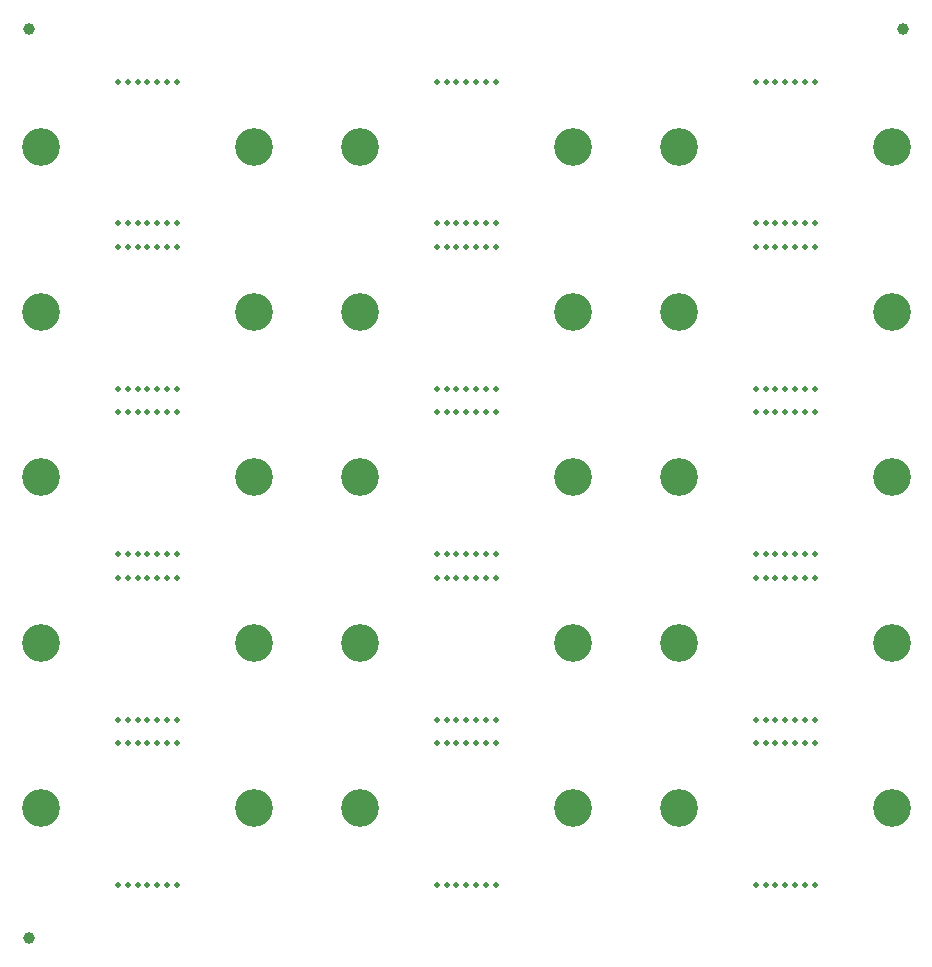
<source format=gbs>
G04 #@! TF.GenerationSoftware,KiCad,Pcbnew,6.0.9-8da3e8f707~116~ubuntu20.04.1*
G04 #@! TF.CreationDate,2023-04-16T18:25:48+00:00*
G04 #@! TF.ProjectId,LEC005001-panel,4c454330-3035-4303-9031-2d70616e656c,rev?*
G04 #@! TF.SameCoordinates,Original*
G04 #@! TF.FileFunction,Soldermask,Bot*
G04 #@! TF.FilePolarity,Negative*
%FSLAX46Y46*%
G04 Gerber Fmt 4.6, Leading zero omitted, Abs format (unit mm)*
G04 Created by KiCad (PCBNEW 6.0.9-8da3e8f707~116~ubuntu20.04.1) date 2023-04-16 18:25:48*
%MOMM*%
%LPD*%
G01*
G04 APERTURE LIST*
%ADD10C,0.500000*%
%ADD11C,3.200000*%
%ADD12C,1.000000*%
G04 APERTURE END LIST*
D10*
G04 #@! TO.C,REF\u002A\u002A*
X37832245Y-61000000D03*
G04 #@! TD*
G04 #@! TO.C,REF\u002A\u002A*
X14165578Y-63000000D03*
G04 #@! TD*
G04 #@! TO.C,REF\u002A\u002A*
X40332245Y-63000000D03*
G04 #@! TD*
G04 #@! TO.C,REF\u002A\u002A*
X63998912Y-61000000D03*
G04 #@! TD*
G04 #@! TO.C,REF\u002A\u002A*
X68998912Y-49000000D03*
G04 #@! TD*
G04 #@! TO.C,REF\u002A\u002A*
X41165578Y-21000000D03*
G04 #@! TD*
G04 #@! TO.C,REF\u002A\u002A*
X41998912Y-75000000D03*
G04 #@! TD*
G04 #@! TO.C,REF\u002A\u002A*
X9998912Y-49000000D03*
G04 #@! TD*
D11*
G04 #@! TO.C,H1*
X57498912Y-54500000D03*
G04 #@! TD*
G04 #@! TO.C,H2*
X48498912Y-40500000D03*
G04 #@! TD*
D10*
G04 #@! TO.C,REF\u002A\u002A*
X9998912Y-61000000D03*
G04 #@! TD*
G04 #@! TO.C,REF\u002A\u002A*
X67332245Y-35000000D03*
G04 #@! TD*
G04 #@! TO.C,REF\u002A\u002A*
X41998912Y-35000000D03*
G04 #@! TD*
G04 #@! TO.C,REF\u002A\u002A*
X9998912Y-75000000D03*
G04 #@! TD*
G04 #@! TO.C,REF\u002A\u002A*
X68165578Y-63000000D03*
G04 #@! TD*
D11*
G04 #@! TO.C,H1*
X57498912Y-26500000D03*
G04 #@! TD*
D10*
G04 #@! TO.C,REF\u002A\u002A*
X39498912Y-35000000D03*
G04 #@! TD*
G04 #@! TO.C,REF\u002A\u002A*
X63998912Y-75000000D03*
G04 #@! TD*
D11*
G04 #@! TO.C,H1*
X30498912Y-54500000D03*
G04 #@! TD*
D10*
G04 #@! TO.C,REF\u002A\u002A*
X36998912Y-63000000D03*
G04 #@! TD*
G04 #@! TO.C,REF\u002A\u002A*
X9998912Y-47000000D03*
G04 #@! TD*
G04 #@! TO.C,REF\u002A\u002A*
X65665578Y-19000000D03*
G04 #@! TD*
G04 #@! TO.C,REF\u002A\u002A*
X10832246Y-33000000D03*
G04 #@! TD*
G04 #@! TO.C,REF\u002A\u002A*
X14998912Y-19000000D03*
G04 #@! TD*
G04 #@! TO.C,REF\u002A\u002A*
X38665578Y-33000000D03*
G04 #@! TD*
G04 #@! TO.C,REF\u002A\u002A*
X63998912Y-49000000D03*
G04 #@! TD*
G04 #@! TO.C,REF\u002A\u002A*
X11665579Y-33000000D03*
G04 #@! TD*
G04 #@! TO.C,REF\u002A\u002A*
X64832245Y-7000000D03*
G04 #@! TD*
G04 #@! TO.C,REF\u002A\u002A*
X40332245Y-7000000D03*
G04 #@! TD*
G04 #@! TO.C,REF\u002A\u002A*
X67332245Y-49000000D03*
G04 #@! TD*
G04 #@! TO.C,REF\u002A\u002A*
X9998912Y-19000000D03*
G04 #@! TD*
G04 #@! TO.C,REF\u002A\u002A*
X10832246Y-35000000D03*
G04 #@! TD*
G04 #@! TO.C,REF\u002A\u002A*
X14998912Y-75000000D03*
G04 #@! TD*
G04 #@! TO.C,REF\u002A\u002A*
X67332245Y-75000000D03*
G04 #@! TD*
G04 #@! TO.C,REF\u002A\u002A*
X63998912Y-19000000D03*
G04 #@! TD*
G04 #@! TO.C,REF\u002A\u002A*
X13332245Y-75000000D03*
G04 #@! TD*
G04 #@! TO.C,REF\u002A\u002A*
X14165578Y-47000000D03*
G04 #@! TD*
G04 #@! TO.C,REF\u002A\u002A*
X65665578Y-47000000D03*
G04 #@! TD*
G04 #@! TO.C,REF\u002A\u002A*
X40332245Y-19000000D03*
G04 #@! TD*
D11*
G04 #@! TO.C,H2*
X48498912Y-54500000D03*
G04 #@! TD*
D10*
G04 #@! TO.C,REF\u002A\u002A*
X11665579Y-63000000D03*
G04 #@! TD*
G04 #@! TO.C,REF\u002A\u002A*
X36998912Y-33000000D03*
G04 #@! TD*
D11*
G04 #@! TO.C,H2*
X75498912Y-68500000D03*
G04 #@! TD*
D10*
G04 #@! TO.C,REF\u002A\u002A*
X68998912Y-61000000D03*
G04 #@! TD*
D11*
G04 #@! TO.C,H1*
X3498912Y-68500000D03*
G04 #@! TD*
D10*
G04 #@! TO.C,REF\u002A\u002A*
X13332245Y-47000000D03*
G04 #@! TD*
G04 #@! TO.C,REF\u002A\u002A*
X9998912Y-35000000D03*
G04 #@! TD*
G04 #@! TO.C,REF\u002A\u002A*
X10832246Y-21000000D03*
G04 #@! TD*
G04 #@! TO.C,REF\u002A\u002A*
X41165578Y-47000000D03*
G04 #@! TD*
G04 #@! TO.C,REF\u002A\u002A*
X39498912Y-19000000D03*
G04 #@! TD*
G04 #@! TO.C,REF\u002A\u002A*
X40332245Y-61000000D03*
G04 #@! TD*
D11*
G04 #@! TO.C,H1*
X3498912Y-54500000D03*
G04 #@! TD*
D10*
G04 #@! TO.C,REF\u002A\u002A*
X68165578Y-7000000D03*
G04 #@! TD*
G04 #@! TO.C,REF\u002A\u002A*
X40332245Y-47000000D03*
G04 #@! TD*
G04 #@! TO.C,REF\u002A\u002A*
X14165578Y-7000000D03*
G04 #@! TD*
G04 #@! TO.C,REF\u002A\u002A*
X36998912Y-61000000D03*
G04 #@! TD*
G04 #@! TO.C,REF\u002A\u002A*
X40332245Y-75000000D03*
G04 #@! TD*
G04 #@! TO.C,REF\u002A\u002A*
X67332245Y-33000000D03*
G04 #@! TD*
G04 #@! TO.C,REF\u002A\u002A*
X63998912Y-35000000D03*
G04 #@! TD*
G04 #@! TO.C,REF\u002A\u002A*
X63998912Y-21000000D03*
G04 #@! TD*
G04 #@! TO.C,REF\u002A\u002A*
X10832246Y-19000000D03*
G04 #@! TD*
G04 #@! TO.C,REF\u002A\u002A*
X14165578Y-61000000D03*
G04 #@! TD*
G04 #@! TO.C,REF\u002A\u002A*
X11665579Y-47000000D03*
G04 #@! TD*
D11*
G04 #@! TO.C,H1*
X3498912Y-12500000D03*
G04 #@! TD*
D10*
G04 #@! TO.C,REF\u002A\u002A*
X68998912Y-35000000D03*
G04 #@! TD*
G04 #@! TO.C,REF\u002A\u002A*
X12498912Y-7000000D03*
G04 #@! TD*
G04 #@! TO.C,REF\u002A\u002A*
X68165578Y-33000000D03*
G04 #@! TD*
G04 #@! TO.C,REF\u002A\u002A*
X13332245Y-35000000D03*
G04 #@! TD*
G04 #@! TO.C,REF\u002A\u002A*
X41998912Y-49000000D03*
G04 #@! TD*
G04 #@! TO.C,REF\u002A\u002A*
X68998912Y-75000000D03*
G04 #@! TD*
G04 #@! TO.C,REF\u002A\u002A*
X9998912Y-7000000D03*
G04 #@! TD*
G04 #@! TO.C,REF\u002A\u002A*
X66498912Y-7000000D03*
G04 #@! TD*
D11*
G04 #@! TO.C,H1*
X30498912Y-40500000D03*
G04 #@! TD*
D10*
G04 #@! TO.C,REF\u002A\u002A*
X36998912Y-7000000D03*
G04 #@! TD*
G04 #@! TO.C,REF\u002A\u002A*
X38665578Y-49000000D03*
G04 #@! TD*
G04 #@! TO.C,REF\u002A\u002A*
X41998912Y-61000000D03*
G04 #@! TD*
G04 #@! TO.C,REF\u002A\u002A*
X14998912Y-33000000D03*
G04 #@! TD*
G04 #@! TO.C,REF\u002A\u002A*
X41165578Y-19000000D03*
G04 #@! TD*
G04 #@! TO.C,REF\u002A\u002A*
X36998912Y-47000000D03*
G04 #@! TD*
D11*
G04 #@! TO.C,H1*
X57498912Y-40500000D03*
G04 #@! TD*
D10*
G04 #@! TO.C,REF\u002A\u002A*
X68998912Y-7000000D03*
G04 #@! TD*
G04 #@! TO.C,REF\u002A\u002A*
X37832245Y-19000000D03*
G04 #@! TD*
D11*
G04 #@! TO.C,H1*
X30498912Y-12500000D03*
G04 #@! TD*
D10*
G04 #@! TO.C,REF\u002A\u002A*
X66498912Y-75000000D03*
G04 #@! TD*
D11*
G04 #@! TO.C,H1*
X57498912Y-12500000D03*
G04 #@! TD*
D10*
G04 #@! TO.C,REF\u002A\u002A*
X11665579Y-75000000D03*
G04 #@! TD*
G04 #@! TO.C,REF\u002A\u002A*
X38665578Y-61000000D03*
G04 #@! TD*
G04 #@! TO.C,REF\u002A\u002A*
X11665579Y-61000000D03*
G04 #@! TD*
G04 #@! TO.C,REF\u002A\u002A*
X12498912Y-49000000D03*
G04 #@! TD*
G04 #@! TO.C,REF\u002A\u002A*
X68998912Y-21000000D03*
G04 #@! TD*
G04 #@! TO.C,REF\u002A\u002A*
X38665578Y-19000000D03*
G04 #@! TD*
D11*
G04 #@! TO.C,H2*
X48498912Y-26500000D03*
G04 #@! TD*
D10*
G04 #@! TO.C,REF\u002A\u002A*
X65665578Y-35000000D03*
G04 #@! TD*
G04 #@! TO.C,REF\u002A\u002A*
X64832245Y-63000000D03*
G04 #@! TD*
G04 #@! TO.C,REF\u002A\u002A*
X67332245Y-19000000D03*
G04 #@! TD*
G04 #@! TO.C,REF\u002A\u002A*
X14165578Y-19000000D03*
G04 #@! TD*
G04 #@! TO.C,REF\u002A\u002A*
X68998912Y-63000000D03*
G04 #@! TD*
G04 #@! TO.C,REF\u002A\u002A*
X65665578Y-21000000D03*
G04 #@! TD*
G04 #@! TO.C,REF\u002A\u002A*
X39498912Y-63000000D03*
G04 #@! TD*
G04 #@! TO.C,REF\u002A\u002A*
X37832245Y-21000000D03*
G04 #@! TD*
G04 #@! TO.C,REF\u002A\u002A*
X11665579Y-21000000D03*
G04 #@! TD*
G04 #@! TO.C,REF\u002A\u002A*
X66498912Y-63000000D03*
G04 #@! TD*
G04 #@! TO.C,REF\u002A\u002A*
X41165578Y-49000000D03*
G04 #@! TD*
G04 #@! TO.C,REF\u002A\u002A*
X11665579Y-35000000D03*
G04 #@! TD*
D11*
G04 #@! TO.C,H2*
X48498912Y-12500000D03*
G04 #@! TD*
D10*
G04 #@! TO.C,REF\u002A\u002A*
X11665579Y-7000000D03*
G04 #@! TD*
G04 #@! TO.C,REF\u002A\u002A*
X66498912Y-47000000D03*
G04 #@! TD*
G04 #@! TO.C,REF\u002A\u002A*
X67332245Y-47000000D03*
G04 #@! TD*
G04 #@! TO.C,REF\u002A\u002A*
X9998912Y-21000000D03*
G04 #@! TD*
G04 #@! TO.C,REF\u002A\u002A*
X13332245Y-21000000D03*
G04 #@! TD*
G04 #@! TO.C,REF\u002A\u002A*
X41165578Y-33000000D03*
G04 #@! TD*
D11*
G04 #@! TO.C,H2*
X21498912Y-68500000D03*
G04 #@! TD*
D10*
G04 #@! TO.C,REF\u002A\u002A*
X66498912Y-61000000D03*
G04 #@! TD*
G04 #@! TO.C,REF\u002A\u002A*
X41998912Y-33000000D03*
G04 #@! TD*
G04 #@! TO.C,REF\u002A\u002A*
X39498912Y-75000000D03*
G04 #@! TD*
G04 #@! TO.C,REF\u002A\u002A*
X68165578Y-49000000D03*
G04 #@! TD*
G04 #@! TO.C,REF\u002A\u002A*
X39498912Y-33000000D03*
G04 #@! TD*
G04 #@! TO.C,REF\u002A\u002A*
X67332245Y-7000000D03*
G04 #@! TD*
G04 #@! TO.C,REF\u002A\u002A*
X68998912Y-47000000D03*
G04 #@! TD*
G04 #@! TO.C,REF\u002A\u002A*
X68998912Y-19000000D03*
G04 #@! TD*
G04 #@! TO.C,REF\u002A\u002A*
X41998912Y-21000000D03*
G04 #@! TD*
G04 #@! TO.C,REF\u002A\u002A*
X66498912Y-35000000D03*
G04 #@! TD*
G04 #@! TO.C,REF\u002A\u002A*
X37832245Y-49000000D03*
G04 #@! TD*
D11*
G04 #@! TO.C,H2*
X75498912Y-40500000D03*
G04 #@! TD*
D10*
G04 #@! TO.C,REF\u002A\u002A*
X11665579Y-19000000D03*
G04 #@! TD*
G04 #@! TO.C,REF\u002A\u002A*
X10832246Y-47000000D03*
G04 #@! TD*
G04 #@! TO.C,REF\u002A\u002A*
X14165578Y-21000000D03*
G04 #@! TD*
G04 #@! TO.C,REF\u002A\u002A*
X39498912Y-21000000D03*
G04 #@! TD*
G04 #@! TO.C,REF\u002A\u002A*
X12498912Y-19000000D03*
G04 #@! TD*
G04 #@! TO.C,REF\u002A\u002A*
X37832245Y-47000000D03*
G04 #@! TD*
G04 #@! TO.C,REF\u002A\u002A*
X12498912Y-35000000D03*
G04 #@! TD*
G04 #@! TO.C,REF\u002A\u002A*
X10832246Y-7000000D03*
G04 #@! TD*
G04 #@! TO.C,REF\u002A\u002A*
X64832245Y-61000000D03*
G04 #@! TD*
G04 #@! TO.C,REF\u002A\u002A*
X10832246Y-63000000D03*
G04 #@! TD*
G04 #@! TO.C,REF\u002A\u002A*
X9998912Y-63000000D03*
G04 #@! TD*
G04 #@! TO.C,REF\u002A\u002A*
X68165578Y-47000000D03*
G04 #@! TD*
G04 #@! TO.C,REF\u002A\u002A*
X41998912Y-47000000D03*
G04 #@! TD*
G04 #@! TO.C,REF\u002A\u002A*
X10832246Y-49000000D03*
G04 #@! TD*
G04 #@! TO.C,REF\u002A\u002A*
X41998912Y-7000000D03*
G04 #@! TD*
G04 #@! TO.C,REF\u002A\u002A*
X39498912Y-61000000D03*
G04 #@! TD*
D11*
G04 #@! TO.C,H1*
X57498912Y-68500000D03*
G04 #@! TD*
D10*
G04 #@! TO.C,REF\u002A\u002A*
X38665578Y-75000000D03*
G04 #@! TD*
D11*
G04 #@! TO.C,H2*
X21498912Y-12500000D03*
G04 #@! TD*
D10*
G04 #@! TO.C,REF\u002A\u002A*
X67332245Y-61000000D03*
G04 #@! TD*
G04 #@! TO.C,REF\u002A\u002A*
X39498912Y-47000000D03*
G04 #@! TD*
G04 #@! TO.C,REF\u002A\u002A*
X36998912Y-19000000D03*
G04 #@! TD*
G04 #@! TO.C,REF\u002A\u002A*
X67332245Y-21000000D03*
G04 #@! TD*
G04 #@! TO.C,REF\u002A\u002A*
X67332245Y-63000000D03*
G04 #@! TD*
G04 #@! TO.C,REF\u002A\u002A*
X36998912Y-75000000D03*
G04 #@! TD*
G04 #@! TO.C,REF\u002A\u002A*
X10832246Y-75000000D03*
G04 #@! TD*
D11*
G04 #@! TO.C,H2*
X21498912Y-40500000D03*
G04 #@! TD*
G04 #@! TO.C,H1*
X30498912Y-68500000D03*
G04 #@! TD*
D10*
G04 #@! TO.C,REF\u002A\u002A*
X64832245Y-19000000D03*
G04 #@! TD*
D11*
G04 #@! TO.C,H2*
X75498912Y-54500000D03*
G04 #@! TD*
G04 #@! TO.C,H2*
X48498912Y-68500000D03*
G04 #@! TD*
D10*
G04 #@! TO.C,REF\u002A\u002A*
X13332245Y-63000000D03*
G04 #@! TD*
G04 #@! TO.C,REF\u002A\u002A*
X63998912Y-63000000D03*
G04 #@! TD*
G04 #@! TO.C,REF\u002A\u002A*
X64832245Y-47000000D03*
G04 #@! TD*
G04 #@! TO.C,REF\u002A\u002A*
X40332245Y-21000000D03*
G04 #@! TD*
G04 #@! TO.C,REF\u002A\u002A*
X38665578Y-47000000D03*
G04 #@! TD*
G04 #@! TO.C,REF\u002A\u002A*
X14998912Y-47000000D03*
G04 #@! TD*
G04 #@! TO.C,REF\u002A\u002A*
X39498912Y-7000000D03*
G04 #@! TD*
G04 #@! TO.C,REF\u002A\u002A*
X65665578Y-7000000D03*
G04 #@! TD*
G04 #@! TO.C,REF\u002A\u002A*
X64832245Y-21000000D03*
G04 #@! TD*
G04 #@! TO.C,REF\u002A\u002A*
X63998912Y-47000000D03*
G04 #@! TD*
G04 #@! TO.C,REF\u002A\u002A*
X41165578Y-61000000D03*
G04 #@! TD*
G04 #@! TO.C,REF\u002A\u002A*
X38665578Y-21000000D03*
G04 #@! TD*
G04 #@! TO.C,REF\u002A\u002A*
X37832245Y-35000000D03*
G04 #@! TD*
G04 #@! TO.C,REF\u002A\u002A*
X14998912Y-61000000D03*
G04 #@! TD*
G04 #@! TO.C,REF\u002A\u002A*
X66498912Y-49000000D03*
G04 #@! TD*
G04 #@! TO.C,REF\u002A\u002A*
X65665578Y-75000000D03*
G04 #@! TD*
G04 #@! TO.C,REF\u002A\u002A*
X14998912Y-21000000D03*
G04 #@! TD*
G04 #@! TO.C,REF\u002A\u002A*
X40332245Y-33000000D03*
G04 #@! TD*
G04 #@! TO.C,REF\u002A\u002A*
X64832245Y-49000000D03*
G04 #@! TD*
G04 #@! TO.C,REF\u002A\u002A*
X10832246Y-61000000D03*
G04 #@! TD*
G04 #@! TO.C,REF\u002A\u002A*
X65665578Y-33000000D03*
G04 #@! TD*
G04 #@! TO.C,REF\u002A\u002A*
X12498912Y-75000000D03*
G04 #@! TD*
G04 #@! TO.C,REF\u002A\u002A*
X65665578Y-61000000D03*
G04 #@! TD*
G04 #@! TO.C,REF\u002A\u002A*
X41165578Y-63000000D03*
G04 #@! TD*
G04 #@! TO.C,REF\u002A\u002A*
X68165578Y-21000000D03*
G04 #@! TD*
G04 #@! TO.C,REF\u002A\u002A*
X12498912Y-21000000D03*
G04 #@! TD*
G04 #@! TO.C,REF\u002A\u002A*
X13332245Y-19000000D03*
G04 #@! TD*
G04 #@! TO.C,REF\u002A\u002A*
X12498912Y-33000000D03*
G04 #@! TD*
G04 #@! TO.C,REF\u002A\u002A*
X65665578Y-49000000D03*
G04 #@! TD*
G04 #@! TO.C,REF\u002A\u002A*
X41165578Y-35000000D03*
G04 #@! TD*
G04 #@! TO.C,REF\u002A\u002A*
X37832245Y-63000000D03*
G04 #@! TD*
G04 #@! TO.C,REF\u002A\u002A*
X12498912Y-47000000D03*
G04 #@! TD*
G04 #@! TO.C,REF\u002A\u002A*
X37832245Y-33000000D03*
G04 #@! TD*
G04 #@! TO.C,REF\u002A\u002A*
X40332245Y-49000000D03*
G04 #@! TD*
G04 #@! TO.C,REF\u002A\u002A*
X13332245Y-61000000D03*
G04 #@! TD*
G04 #@! TO.C,REF\u002A\u002A*
X41165578Y-75000000D03*
G04 #@! TD*
G04 #@! TO.C,REF\u002A\u002A*
X38665578Y-63000000D03*
G04 #@! TD*
G04 #@! TO.C,REF\u002A\u002A*
X37832245Y-75000000D03*
G04 #@! TD*
G04 #@! TO.C,REF\u002A\u002A*
X41998912Y-63000000D03*
G04 #@! TD*
G04 #@! TO.C,REF\u002A\u002A*
X13332245Y-33000000D03*
G04 #@! TD*
G04 #@! TO.C,REF\u002A\u002A*
X14998912Y-63000000D03*
G04 #@! TD*
G04 #@! TO.C,REF\u002A\u002A*
X40332245Y-35000000D03*
G04 #@! TD*
G04 #@! TO.C,REF\u002A\u002A*
X9998912Y-33000000D03*
G04 #@! TD*
G04 #@! TO.C,REF\u002A\u002A*
X65665578Y-63000000D03*
G04 #@! TD*
G04 #@! TO.C,REF\u002A\u002A*
X64832245Y-75000000D03*
G04 #@! TD*
G04 #@! TO.C,REF\u002A\u002A*
X39498912Y-49000000D03*
G04 #@! TD*
G04 #@! TO.C,REF\u002A\u002A*
X13332245Y-7000000D03*
G04 #@! TD*
G04 #@! TO.C,REF\u002A\u002A*
X64832245Y-35000000D03*
G04 #@! TD*
G04 #@! TO.C,REF\u002A\u002A*
X14165578Y-33000000D03*
G04 #@! TD*
G04 #@! TO.C,REF\u002A\u002A*
X66498912Y-19000000D03*
G04 #@! TD*
G04 #@! TO.C,REF\u002A\u002A*
X14165578Y-35000000D03*
G04 #@! TD*
G04 #@! TO.C,REF\u002A\u002A*
X68165578Y-35000000D03*
G04 #@! TD*
G04 #@! TO.C,REF\u002A\u002A*
X41165578Y-7000000D03*
G04 #@! TD*
G04 #@! TO.C,REF\u002A\u002A*
X63998912Y-7000000D03*
G04 #@! TD*
D11*
G04 #@! TO.C,H1*
X3498912Y-40500000D03*
G04 #@! TD*
G04 #@! TO.C,H2*
X75498912Y-26500000D03*
G04 #@! TD*
D10*
G04 #@! TO.C,REF\u002A\u002A*
X14998912Y-35000000D03*
G04 #@! TD*
D11*
G04 #@! TO.C,H1*
X3498912Y-26500000D03*
G04 #@! TD*
D10*
G04 #@! TO.C,REF\u002A\u002A*
X12498912Y-63000000D03*
G04 #@! TD*
G04 #@! TO.C,REF\u002A\u002A*
X14998912Y-49000000D03*
G04 #@! TD*
D11*
G04 #@! TO.C,H2*
X21498912Y-26500000D03*
G04 #@! TD*
D10*
G04 #@! TO.C,REF\u002A\u002A*
X66498912Y-21000000D03*
G04 #@! TD*
G04 #@! TO.C,REF\u002A\u002A*
X64832245Y-33000000D03*
G04 #@! TD*
D11*
G04 #@! TO.C,H1*
X30498912Y-26500000D03*
G04 #@! TD*
D10*
G04 #@! TO.C,REF\u002A\u002A*
X36998912Y-49000000D03*
G04 #@! TD*
D11*
G04 #@! TO.C,H2*
X75498912Y-12500000D03*
G04 #@! TD*
D10*
G04 #@! TO.C,REF\u002A\u002A*
X41998912Y-19000000D03*
G04 #@! TD*
G04 #@! TO.C,REF\u002A\u002A*
X11665579Y-49000000D03*
G04 #@! TD*
G04 #@! TO.C,REF\u002A\u002A*
X38665578Y-7000000D03*
G04 #@! TD*
G04 #@! TO.C,REF\u002A\u002A*
X13332245Y-49000000D03*
G04 #@! TD*
G04 #@! TO.C,REF\u002A\u002A*
X38665578Y-35000000D03*
G04 #@! TD*
G04 #@! TO.C,REF\u002A\u002A*
X68165578Y-75000000D03*
G04 #@! TD*
G04 #@! TO.C,REF\u002A\u002A*
X14165578Y-75000000D03*
G04 #@! TD*
G04 #@! TO.C,REF\u002A\u002A*
X66498912Y-33000000D03*
G04 #@! TD*
G04 #@! TO.C,REF\u002A\u002A*
X14998912Y-7000000D03*
G04 #@! TD*
G04 #@! TO.C,REF\u002A\u002A*
X36998912Y-35000000D03*
G04 #@! TD*
G04 #@! TO.C,REF\u002A\u002A*
X68165578Y-19000000D03*
G04 #@! TD*
D11*
G04 #@! TO.C,H2*
X21498912Y-54500000D03*
G04 #@! TD*
D10*
G04 #@! TO.C,REF\u002A\u002A*
X12498912Y-61000000D03*
G04 #@! TD*
G04 #@! TO.C,REF\u002A\u002A*
X63998912Y-33000000D03*
G04 #@! TD*
G04 #@! TO.C,REF\u002A\u002A*
X37832245Y-7000000D03*
G04 #@! TD*
G04 #@! TO.C,REF\u002A\u002A*
X68165578Y-61000000D03*
G04 #@! TD*
G04 #@! TO.C,REF\u002A\u002A*
X14165578Y-49000000D03*
G04 #@! TD*
G04 #@! TO.C,REF\u002A\u002A*
X68998912Y-33000000D03*
G04 #@! TD*
G04 #@! TO.C,REF\u002A\u002A*
X36998912Y-21000000D03*
G04 #@! TD*
D12*
G04 #@! TO.C,REF\u002A\u002A*
X76497824Y-2500000D03*
G04 #@! TD*
G04 #@! TO.C,REF\u002A\u002A*
X2500000Y-2500000D03*
G04 #@! TD*
G04 #@! TO.C,REF\u002A\u002A*
X2500000Y-79500000D03*
G04 #@! TD*
M02*

</source>
